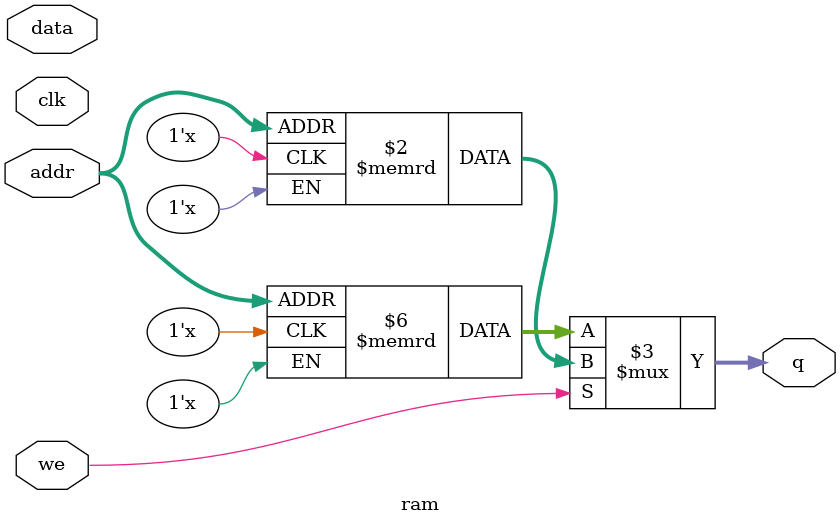
<source format=v>
module ram #(
    parameter ADDR_WIDTH=6,
    parameter DATA_WIDTH=8
) (
    input [DATA_WIDTH-1:0] data,
    input [ADDR_WIDTH-1:0] addr,
    input we, clk,
    output [7:0] q
);
reg [DATA_WIDTH-1:0] ram[2**ADDR_WIDTH-1:0];
// when we is high, write data to ram at address addr
// assign the ram value at address addr to q
assign q = (we) ? ram[addr] : ram[addr][7:0];
endmodule

</source>
